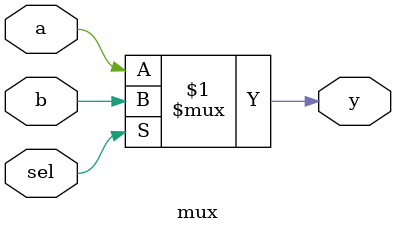
<source format=v>
module mux(y,sel,a,b);
  input sel,a,b;
  output y;
  assign y=sel ? b:a ;
endmodule

</source>
